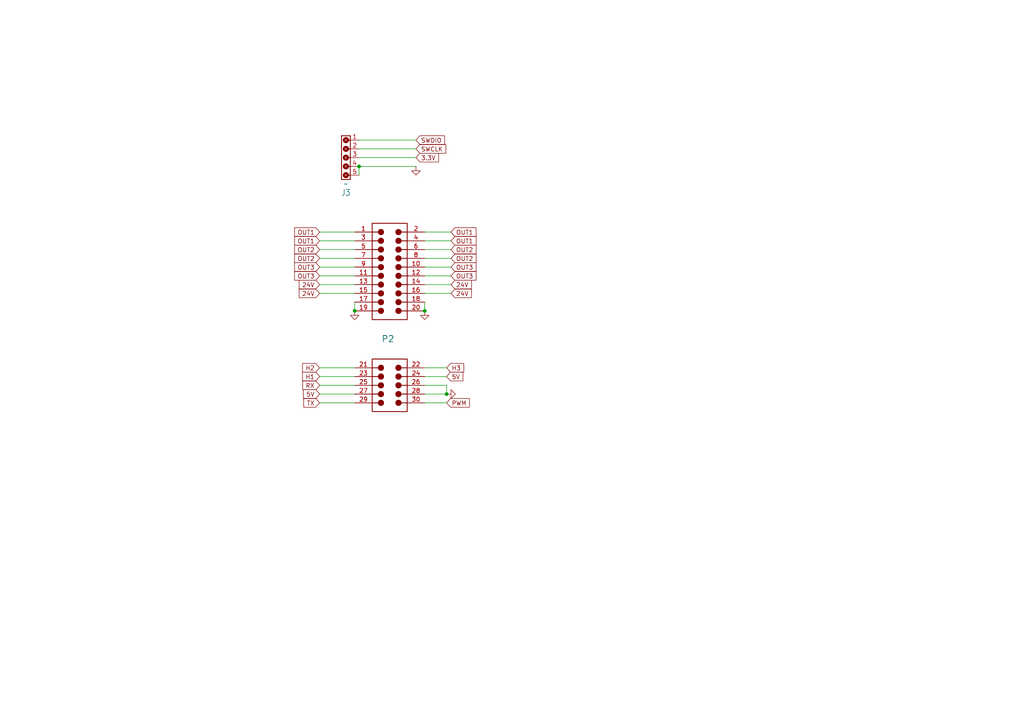
<source format=kicad_sch>
(kicad_sch (version 20231120) (generator "eeschema") (generator_version "8.0")
  (paper "A4")
  (lib_symbols
    (symbol "61300511121:6130XX11121_61300511121"
      (property "Reference" "J" (at -7.62 -1.778 0))
      (symbol "6130XX11121_61300511121_1_0"
        (circle (center -5.08 -1.27) (radius 0.254) (stroke (width 0.635)))
        (circle (center -2.54 -1.27) (radius 0.254) (stroke (width 0.635)))
        (circle (center 0 -1.27) (radius 0.254) (stroke (width 0.635)))
        (polyline (pts (xy -6.35 -2.54) (xy 6.35 -2.54)) (stroke (width 0.254)))
        (polyline (pts (xy -6.35 0) (xy -6.35 -2.54)) (stroke (width 0.254)))
        (polyline (pts (xy -5.08 -1.27) (xy -5.08 -2.54)) (stroke (width 0.254)))
        (polyline (pts (xy -2.54 -1.27) (xy -2.54 -2.54)) (stroke (width 0.254)))
        (polyline (pts (xy 0 -1.27) (xy 0 -2.54)) (stroke (width 0.254)))
        (polyline (pts (xy 2.54 -1.27) (xy 2.54 -2.54)) (stroke (width 0.254)))
        (polyline (pts (xy 5.08 -1.27) (xy 5.08 -2.54)) (stroke (width 0.254)))
        (polyline (pts (xy 6.35 -2.54) (xy 6.35 0)) (stroke (width 0.254)))
        (polyline (pts (xy 6.35 0) (xy -6.35 0)) (stroke (width 0.254)))
        (circle (center 2.54 -1.27) (radius 0.254) (stroke (width 0.635)))
        (circle (center 5.08 -1.27) (radius 0.254) (stroke (width 0.635)))
        (pin passive line (at -5.08 -5.08 90) (length 2.54) (name "1") (number "1"))
        (pin passive line (at -2.54 -5.08 90) (length 2.54) (name "2") (number "2"))
        (pin passive line (at 0 -5.08 90) (length 2.54) (name "3") (number "3"))
        (pin passive line (at 2.54 -5.08 90) (length 2.54) (name "4") (number "4"))
        (pin passive line (at 5.08 -5.08 90) (length 2.54) (name "5") (number "5"))
      )
    )
    (symbol "61301021021_1"
      (property "Reference" "P2" (at -0.508 -5.588 0))
      (symbol "61301021021_1_1_0"
        (circle (center -2.54 -24.13) (radius 0.762) (stroke (width 0.254)) (fill (type outline)))
        (circle (center -2.54 -21.59) (radius 0.762) (stroke (width 0.254)) (fill (type outline)))
        (circle (center -2.54 -19.05) (radius 0.762) (stroke (width 0.254)) (fill (type outline)))
        (circle (center -2.54 -16.51) (radius 0.762) (stroke (width 0.254)) (fill (type outline)))
        (circle (center -2.54 -13.97) (radius 0.762) (stroke (width 0.254)) (fill (type outline)))
        (circle (center -2.54 2.54) (radius 0.762) (stroke (width 0.254)) (fill (type outline)))
        (circle (center -2.54 5.08) (radius 0.762) (stroke (width 0.254)) (fill (type outline)))
        (circle (center -2.54 7.62) (radius 0.762) (stroke (width 0.254)) (fill (type outline)))
        (circle (center -2.54 10.16) (radius 0.762) (stroke (width 0.254)) (fill (type outline)))
        (circle (center -2.54 12.7) (radius 0.762) (stroke (width 0.254)) (fill (type outline)))
        (circle (center -2.54 15.24) (radius 0.762) (stroke (width 0.254)) (fill (type outline)))
        (circle (center -2.54 17.78) (radius 0.762) (stroke (width 0.254)) (fill (type outline)))
        (circle (center -2.54 20.32) (radius 0.762) (stroke (width 0.254)) (fill (type outline)))
        (circle (center -2.54 22.86) (radius 0.762) (stroke (width 0.254)) (fill (type outline)))
        (circle (center -2.54 25.4) (radius 0.762) (stroke (width 0.254)) (fill (type outline)))
        (polyline (pts (xy -5.08 -24.13) (xy -3.302 -24.13)) (stroke (width 0.254)))
        (polyline (pts (xy -5.08 -21.59) (xy -3.302 -21.59)) (stroke (width 0.254)))
        (polyline (pts (xy -5.08 -19.05) (xy -3.302 -19.05)) (stroke (width 0.254)))
        (polyline (pts (xy -5.08 -16.51) (xy -3.302 -16.51)) (stroke (width 0.254)))
        (polyline (pts (xy -5.08 -13.97) (xy -3.302 -13.97)) (stroke (width 0.254)))
        (polyline (pts (xy -5.08 2.54) (xy -3.302 2.54)) (stroke (width 0.254)))
        (polyline (pts (xy -5.08 5.08) (xy -3.302 5.08)) (stroke (width 0.254)))
        (polyline (pts (xy -5.08 7.62) (xy -3.302 7.62)) (stroke (width 0.254)))
        (polyline (pts (xy -5.08 10.16) (xy -3.302 10.16)) (stroke (width 0.254)))
        (polyline (pts (xy -5.08 12.7) (xy -3.302 12.7)) (stroke (width 0.254)))
        (polyline (pts (xy -5.08 15.24) (xy -3.302 15.24)) (stroke (width 0.254)))
        (polyline (pts (xy -5.08 17.78) (xy -3.302 17.78)) (stroke (width 0.254)))
        (polyline (pts (xy -5.08 20.32) (xy -3.302 20.32)) (stroke (width 0.254)))
        (polyline (pts (xy -5.08 22.86) (xy -3.302 22.86)) (stroke (width 0.254)))
        (polyline (pts (xy -5.08 25.4) (xy -3.302 25.4)) (stroke (width 0.254)))
        (polyline (pts (xy 5.08 -24.13) (xy 3.302 -24.13)) (stroke (width 0.254)))
        (polyline (pts (xy 5.08 -21.59) (xy 3.302 -21.59)) (stroke (width 0.254)))
        (polyline (pts (xy 5.08 -19.05) (xy 3.302 -19.05)) (stroke (width 0.254)))
        (polyline (pts (xy 5.08 -16.51) (xy 3.302 -16.51)) (stroke (width 0.254)))
        (polyline (pts (xy 5.08 -13.97) (xy 3.302 -13.97)) (stroke (width 0.254)))
        (polyline (pts (xy 5.08 2.54) (xy 3.302 2.54)) (stroke (width 0.254)))
        (polyline (pts (xy 5.08 5.08) (xy 3.302 5.08)) (stroke (width 0.254)))
        (polyline (pts (xy 5.08 7.62) (xy 3.302 7.62)) (stroke (width 0.254)))
        (polyline (pts (xy 5.08 10.16) (xy 3.302 10.16)) (stroke (width 0.254)))
        (polyline (pts (xy 5.08 12.7) (xy 3.302 12.7)) (stroke (width 0.254)))
        (polyline (pts (xy 5.08 15.24) (xy 3.302 15.24)) (stroke (width 0.254)))
        (polyline (pts (xy 5.08 17.78) (xy 3.302 17.78)) (stroke (width 0.254)))
        (polyline (pts (xy 5.08 20.32) (xy 3.302 20.32)) (stroke (width 0.254)))
        (polyline (pts (xy 5.08 22.86) (xy 3.302 22.86)) (stroke (width 0.254)))
        (polyline (pts (xy 5.08 25.4) (xy 3.302 25.4)) (stroke (width 0.254)))
        (polyline (pts (xy -5.08 -11.43) (xy 5.08 -11.43) (xy 5.08 -26.67) (xy -5.08 -26.67) (xy -5.08 -11.43) (xy -5.08 -12.7)) (stroke (width 0.254)))
        (circle (center 2.54 -24.13) (radius 0.762) (stroke (width 0.254)) (fill (type outline)))
        (circle (center 2.54 -21.59) (radius 0.762) (stroke (width 0.254)) (fill (type outline)))
        (circle (center 2.54 -19.05) (radius 0.762) (stroke (width 0.254)) (fill (type outline)))
        (circle (center 2.54 -16.51) (radius 0.762) (stroke (width 0.254)) (fill (type outline)))
        (circle (center 2.54 -13.97) (radius 0.762) (stroke (width 0.254)) (fill (type outline)))
        (circle (center 2.54 2.54) (radius 0.762) (stroke (width 0.254)) (fill (type outline)))
        (circle (center 2.54 5.08) (radius 0.762) (stroke (width 0.254)) (fill (type outline)))
        (circle (center 2.54 7.62) (radius 0.762) (stroke (width 0.254)) (fill (type outline)))
        (circle (center 2.54 10.16) (radius 0.762) (stroke (width 0.254)) (fill (type outline)))
        (circle (center 2.54 12.7) (radius 0.762) (stroke (width 0.254)) (fill (type outline)))
        (circle (center 2.54 15.24) (radius 0.762) (stroke (width 0.254)) (fill (type outline)))
        (circle (center 2.54 17.78) (radius 0.762) (stroke (width 0.254)) (fill (type outline)))
        (circle (center 2.54 20.32) (radius 0.762) (stroke (width 0.254)) (fill (type outline)))
        (circle (center 2.54 22.86) (radius 0.762) (stroke (width 0.254)) (fill (type outline)))
        (circle (center 2.54 25.4) (radius 0.762) (stroke (width 0.254)) (fill (type outline)))
        (pin passive line (at -10.16 25.4 0) (length 5.08) (name "1") (number "1"))
        (pin passive line (at 10.16 15.24 180) (length 5.08) (name "10") (number "10"))
        (pin passive line (at -10.16 12.7 0) (length 5.08) (name "11") (number "11"))
        (pin passive line (at 10.16 12.7 180) (length 5.08) (name "12") (number "12"))
        (pin passive line (at -10.16 10.16 0) (length 5.08) (name "13") (number "13"))
        (pin passive line (at 10.16 10.16 180) (length 5.08) (name "14") (number "14"))
        (pin passive line (at -10.16 7.62 0) (length 5.08) (name "15") (number "15"))
        (pin passive line (at 10.16 7.62 180) (length 5.08) (name "16") (number "16"))
        (pin passive line (at -10.16 5.08 0) (length 5.08) (name "17") (number "17"))
        (pin passive line (at 10.16 5.08 180) (length 5.08) (name "18") (number "18"))
        (pin passive line (at -10.16 2.54 0) (length 5.08) (name "19") (number "19"))
        (pin passive line (at 10.16 25.4 180) (length 5.08) (name "2") (number "2"))
        (pin passive line (at 10.16 2.54 180) (length 5.08) (name "20") (number "20"))
        (pin passive line (at -10.16 -13.97 0) (length 5.08) (name "21") (number "21"))
        (pin passive line (at 10.16 -13.97 180) (length 5.08) (name "22") (number "22"))
        (pin passive line (at -10.16 -16.51 0) (length 5.08) (name "23") (number "23"))
        (pin passive line (at 10.16 -16.51 180) (length 5.08) (name "24") (number "24"))
        (pin passive line (at -10.16 -19.05 0) (length 5.08) (name "25") (number "25"))
        (pin passive line (at 10.16 -19.05 180) (length 5.08) (name "26") (number "26"))
        (pin passive line (at -10.16 -21.59 0) (length 5.08) (name "27") (number "27"))
        (pin passive line (at 10.16 -21.59 180) (length 5.08) (name "28") (number "28"))
        (pin passive line (at -10.16 -24.13 0) (length 5.08) (name "29") (number "29"))
        (pin passive line (at -10.16 22.86 0) (length 5.08) (name "3") (number "3"))
        (pin passive line (at 10.16 -24.13 180) (length 5.08) (name "30") (number "30"))
        (pin passive line (at 10.16 22.86 180) (length 5.08) (name "4") (number "4"))
        (pin passive line (at -10.16 20.32 0) (length 5.08) (name "5") (number "5"))
        (pin passive line (at 10.16 20.32 180) (length 5.08) (name "6") (number "6"))
        (pin passive line (at -10.16 17.78 0) (length 5.08) (name "7") (number "7"))
        (pin passive line (at 10.16 17.78 180) (length 5.08) (name "8") (number "8"))
        (pin passive line (at -10.16 15.24 0) (length 5.08) (name "9") (number "9"))
      )
      (symbol "61301021021_1_1_1"
        (rectangle (start 5.08 27.94) (end -5.08 0) (stroke (width 0.254)))
      )
    )
    (symbol "power:GND" (power) (pin_numbers hide) (pin_names (offset 0) hide)
      (property "Value" "GND" (at 0 -3.81 0))
      (symbol "GND_0_1"
        (polyline (pts (xy 0 0) (xy 0 -1.27) (xy 1.27 -1.27) (xy 0 -2.54) (xy -1.27 -1.27) (xy 0 -1.27)))
      )
      (symbol "GND_1_1"
        (pin power_in line (at 0 0 270) (length 0) (name "~") (number "1"))
      )
    )
  )
  (junction (at 104.14 48.26))
  (junction (at 123.19 90.17))
  (junction (at 102.87 90.17))
  (junction (at 129.54 114.3))
  (wire (pts (xy 123.19 87.63) (xy 123.19 90.17)))
  (wire (pts (xy 102.87 87.63) (xy 102.87 90.17)))
  (wire (pts (xy 123.19 114.3) (xy 129.54 114.3)))
  (wire (pts (xy 92.71 85.09) (xy 102.87 85.09)))
  (wire (pts (xy 92.71 74.93) (xy 102.87 74.93)))
  (wire (pts (xy 92.71 111.76) (xy 102.87 111.76)))
  (wire (pts (xy 123.19 80.01) (xy 130.81 80.01)))
  (wire (pts (xy 123.19 77.47) (xy 130.81 77.47)))
  (wire (pts (xy 92.71 116.84) (xy 102.87 116.84)))
  (wire (pts (xy 92.71 67.31) (xy 102.87 67.31)))
  (wire (pts (xy 104.14 40.64) (xy 120.65 40.64)))
  (wire (pts (xy 123.19 74.93) (xy 130.81 74.93)))
  (wire (pts (xy 123.19 82.55) (xy 130.81 82.55)))
  (wire (pts (xy 92.71 106.68) (xy 102.87 106.68)))
  (wire (pts (xy 123.19 69.85) (xy 130.81 69.85)))
  (wire (pts (xy 123.19 109.22) (xy 129.54 109.22)))
  (wire (pts (xy 92.71 114.3) (xy 102.87 114.3)))
  (wire (pts (xy 129.54 111.76) (xy 129.54 114.3)))
  (wire (pts (xy 92.71 80.01) (xy 102.87 80.01)))
  (wire (pts (xy 123.19 116.84) (xy 129.54 116.84)))
  (wire (pts (xy 92.71 72.39) (xy 102.87 72.39)))
  (wire (pts (xy 123.19 106.68) (xy 129.54 106.68)))
  (wire (pts (xy 104.14 43.18) (xy 120.65 43.18)))
  (wire (pts (xy 104.14 45.72) (xy 120.65 45.72)))
  (wire (pts (xy 104.14 50.8) (xy 104.14 48.26)))
  (wire (pts (xy 92.71 77.47) (xy 102.87 77.47)))
  (wire (pts (xy 92.71 109.22) (xy 102.87 109.22)))
  (wire (pts (xy 123.19 85.09) (xy 130.81 85.09)))
  (wire (pts (xy 123.19 67.31) (xy 130.81 67.31)))
  (wire (pts (xy 92.71 69.85) (xy 102.87 69.85)))
  (wire (pts (xy 123.19 111.76) (xy 129.54 111.76)))
  (wire (pts (xy 123.19 72.39) (xy 130.81 72.39)))
  (wire (pts (xy 92.71 82.55) (xy 102.87 82.55)))
  (wire (pts (xy 104.14 48.26) (xy 120.65 48.26)))
  (global_label "5V" (shape input) (at 92.71 114.3 180) (property "Intersheetrefs" "${INTERSHEET_REFS}" (effects (hide yes))))
  (global_label "5V" (shape input) (at 129.54 109.22 0) (property "Intersheetrefs" "${INTERSHEET_REFS}" (effects (hide yes))))
  (global_label "OUT2" (shape input) (at 92.71 72.39 180) (property "Intersheetrefs" "${INTERSHEET_REFS}" (effects (hide yes))))
  (global_label "H2" (shape input) (at 92.71 106.68 180) (property "Intersheetrefs" "${INTERSHEET_REFS}" (effects (hide yes))))
  (global_label "OUT1" (shape input) (at 92.71 67.31 180) (property "Intersheetrefs" "${INTERSHEET_REFS}" (effects (hide yes))))
  (global_label "SWDIO" (shape input) (at 120.65 40.64 0) (property "Intersheetrefs" "${INTERSHEET_REFS}" (effects (hide yes))))
  (global_label "OUT2" (shape input) (at 130.81 74.93 0) (property "Intersheetrefs" "${INTERSHEET_REFS}" (effects (hide yes))))
  (global_label "OUT3" (shape input) (at 130.81 77.47 0) (property "Intersheetrefs" "${INTERSHEET_REFS}" (effects (hide yes))))
  (global_label "24V" (shape input) (at 130.81 82.55 0) (property "Intersheetrefs" "${INTERSHEET_REFS}" (effects (hide yes))))
  (global_label "PWM" (shape input) (at 129.54 116.84 0) (property "Intersheetrefs" "${INTERSHEET_REFS}" (effects (hide yes))))
  (global_label "H1" (shape input) (at 92.71 109.22 180) (property "Intersheetrefs" "${INTERSHEET_REFS}" (effects (hide yes))))
  (global_label "OUT1" (shape input) (at 130.81 67.31 0) (property "Intersheetrefs" "${INTERSHEET_REFS}" (effects (hide yes))))
  (global_label "24V" (shape input) (at 92.71 85.09 180) (property "Intersheetrefs" "${INTERSHEET_REFS}" (effects (hide yes))))
  (global_label "SWCLK" (shape input) (at 120.65 43.18 0) (property "Intersheetrefs" "${INTERSHEET_REFS}" (effects (hide yes))))
  (global_label "OUT3" (shape input) (at 130.81 80.01 0) (property "Intersheetrefs" "${INTERSHEET_REFS}" (effects (hide yes))))
  (global_label "H3" (shape input) (at 129.54 106.68 0) (property "Intersheetrefs" "${INTERSHEET_REFS}" (effects (hide yes))))
  (global_label "OUT2" (shape input) (at 92.71 74.93 180) (property "Intersheetrefs" "${INTERSHEET_REFS}" (effects (hide yes))))
  (global_label "OUT3" (shape input) (at 92.71 77.47 180) (property "Intersheetrefs" "${INTERSHEET_REFS}" (effects (hide yes))))
  (global_label "OUT2" (shape input) (at 130.81 72.39 0) (property "Intersheetrefs" "${INTERSHEET_REFS}" (effects (hide yes))))
  (global_label "OUT1" (shape input) (at 130.81 69.85 0) (property "Intersheetrefs" "${INTERSHEET_REFS}" (effects (hide yes))))
  (global_label "RX" (shape input) (at 92.71 111.76 180) (property "Intersheetrefs" "${INTERSHEET_REFS}" (effects (hide yes))))
  (global_label "OUT3" (shape input) (at 92.71 80.01 180) (property "Intersheetrefs" "${INTERSHEET_REFS}" (effects (hide yes))))
  (global_label "24V" (shape input) (at 92.71 82.55 180) (property "Intersheetrefs" "${INTERSHEET_REFS}" (effects (hide yes))))
  (global_label "TX" (shape input) (at 92.71 116.84 180) (property "Intersheetrefs" "${INTERSHEET_REFS}" (effects (hide yes))))
  (global_label "24V" (shape input) (at 130.81 85.09 0) (property "Intersheetrefs" "${INTERSHEET_REFS}" (effects (hide yes))))
  (global_label "3.3V" (shape input) (at 120.65 45.72 0) (property "Intersheetrefs" "${INTERSHEET_REFS}" (effects (hide yes))))
  (global_label "OUT1" (shape input) (at 92.71 69.85 180) (property "Intersheetrefs" "${INTERSHEET_REFS}" (effects (hide yes))))
  (symbol (lib_id "power:GND") (at 129.54 114.3 90) (unit 1)
    (property "Reference" "#PWR03" (effects (hide yes)))
    (property "Value" "GND" (effects (hide yes)))
    (property "Description" "Power symbol creates a global label with name \"GND\" , ground" (effects (hide yes)))
  )
  (symbol (lib_id "power:GND") (at 102.87 90.17 0) (unit 1)
    (property "Reference" "#PWR01" (effects (hide yes)))
    (property "Value" "GND" (effects (hide yes)))
    (property "Description" "Power symbol creates a global label with name \"GND\" , ground" (effects (hide yes)))
  )
  (symbol (lib_id "power:GND") (at 123.19 90.17 0) (unit 1)
    (property "Reference" "#PWR02" (effects (hide yes)))
    (property "Value" "GND" (effects (hide yes)))
    (property "Description" "Power symbol creates a global label with name \"GND\" , ground" (effects (hide yes)))
  )
  (symbol (lib_id "61300511121:6130XX11121_61300511121") (at 99.06 45.72 90) (mirror x) (unit 1)
    (property "Reference" "J3" (at 100.33 55.88 90) (effects (font (size 1.778 1.5113))))
    (property "Value" "~" (at 100.33 53.34 90) (effects (font (size 1.778 1.5113))))
    (property "Footprint" "Eagle_WR-PHD (rev24c):61300511121" (effects (hide yes)))
    (property "Description" "WR-PHD 2.54 mm THT Pin Header   ARTICLE PROPERTIES:  Pins:1;​ 2;​ 3;​ 4;​ 5;​ 6;​ 7;​ 8;​ 9;​ 10;​ 12;​ 13;​ 14;​ 15;​ 16;​ 18;​ 20;​ 22;​ 24;​ 25;​ 32;​ 36;​ 40  KIND PROPERTIES:  Pitch：2.54 mm Quality Class:3 as per CECC 75 301-802 Rows：Single Gender：Pin Header Type：Straight  MATERIAL PROPERTIES:  Insulator Material PA6T; PBT  Insulator Flammability Rating:UL94 V-0 Contact Material:Copper Alloy Contact Plating:Gold Contact Type:Stamped  GENERAL INFORMATION  Operating Temperature:-40 up to +105 °C  ELECTRICAL PROPERTIES:  Withstanding Voltage 500 V (AC)  Contact Resistance 20 mΩ  RISO 1000 MΩ   CERTIFICATION  UL Approval:E323964  PACKAGING PROPERTIES  Packaging:Bag\nhttps://www.we-online.com/catalog/media/o33211v209%20Family_BTB_PHD_6130xx11121.jpg\n\nDetails see: https://www.we-online.com/katalog/en/em/PHD_2_54_THT_PIN_HEADER_6130XX11121 https://www.we-online.com/katalog/en/em/PHD_2_54_THT_PIN_HEADER_6130XX11121\n\nUpdated by Ella Wu 2021-12-08 2021 (C) Würth Elektronik" (effects (hide yes)))
  )
  (symbol (lib_id "power:GND") (at 120.65 48.26 0) (unit 1)
    (property "Reference" "#PWR04" (effects (hide yes)))
    (property "Value" "GND" (effects (hide yes)))
    (property "Description" "Power symbol creates a global label with name \"GND\" , ground" (effects (hide yes)))
  )
  (symbol (lib_name "61301021021_1") (lib_id "61301021021:61301021021") (at 113.03 92.71 0) (unit 1)
    (property "Reference" "P2" (at 112.522 98.298 0) (effects (font (size 1.8288 1.8288))))
    (property "Value" "ESC_Adapter_pins_right_angle" (effects (hide yes)))
    (property "Footprint" "B-G431B-ESC1:ESC_Adapter_pins_right_angle" (effects (hide yes)))
    (property "Description" "WR-PHD Pin Header, THT, Angled, pitch 2.54mm, 2 Row, 10P" (effects (hide yes)))
    (property "Manufacturer Part Number" "61301021021" (effects (hide yes)))
    (property "Category" "Board-to-Board Connectors" (effects (hide yes)))
    (property "Match Code" "WR-PHD" (effects (hide yes)))
    (property "ComponentLink1Description" "Website Link" (effects (hide yes)))
    (property "ComponentLink1URL" "https://www.we-online.com/redexpert/article/61301021021?ad" (effects (hide yes)))
    (property "ComponentLink2Description" "Datasheet Link" (effects (hide yes)))
    (property "ComponentLink2URL" "https://www.we-online.com/redexpert/spec/61301021021?ad" (effects (hide yes)))
    (property "Manufacturer" "Wurth Elektronik" (effects (hide yes)))
    (property "Mount" "Through Hole" (effects (hide yes)))
    (property "Operating Temperature Max" "105°C" (effects (hide yes)))
    (property "Operating Temperature Min" "-40°C" (effects (hide yes)))
    (property "Packaging" "Bag" (effects (hide yes)))
    (property "Contact Resistance" "20mOhm" (effects (hide yes)))
    (property "Gender" "Pin Header" (effects (hide yes)))
    (property "Number of Pins" "10" (effects (hide yes)))
    (property "Number of Rows" "2" (effects (hide yes)))
    (property "Orientation" "Angled" (effects (hide yes)))
    (property "Pitch" "2.54mm" (effects (hide yes)))
    (property "Rated Current" "3A" (effects (hide yes)))
    (property "Working Voltage" "250V" (effects (hide yes)))
    (property "Withstanding Voltage" "500V" (effects (hide yes)))
  )
)
</source>
